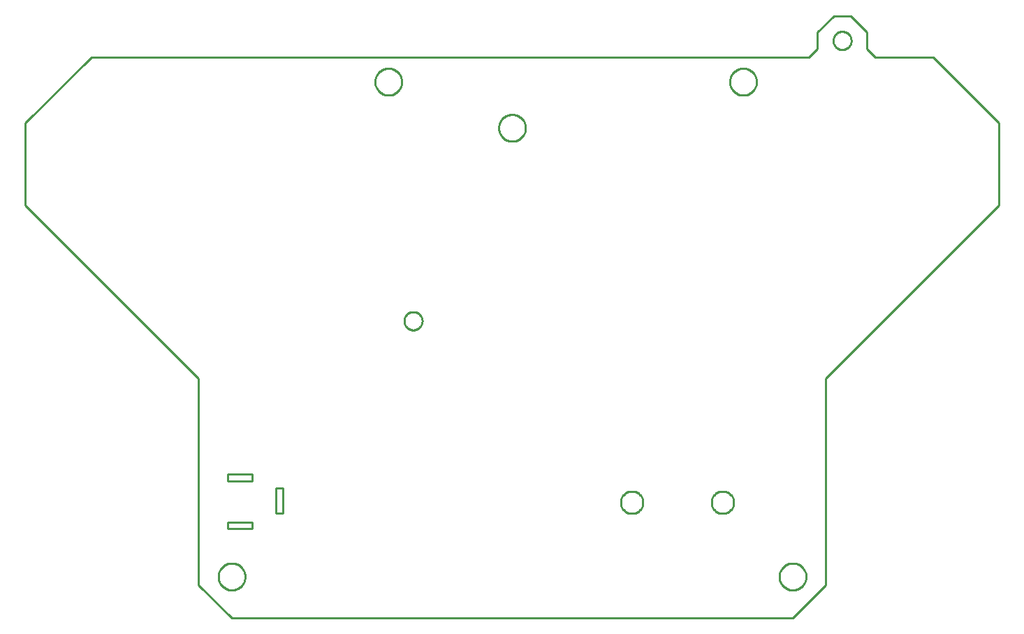
<source format=gko>
G04 EAGLE Gerber RS-274X export*
G75*
%MOMM*%
%FSLAX34Y34*%
%LPD*%
%IN*%
%IPPOS*%
%AMOC8*
5,1,8,0,0,1.08239X$1,22.5*%
G01*
%ADD10C,0.254000*%


D10*
X0Y450000D02*
X210000Y240000D01*
X210000Y-10000D01*
X250000Y-50000D01*
X930000Y-50000D01*
X970000Y-10000D01*
X970000Y240000D01*
X1180000Y450000D01*
X1180000Y550000D01*
X1100000Y630000D01*
X1030000Y630000D01*
X1020000Y640000D01*
X1020000Y660000D01*
X1000000Y680000D01*
X980000Y680000D01*
X960000Y660000D01*
X960000Y640000D01*
X950000Y630000D01*
X80000Y630000D01*
X0Y550000D01*
X0Y450000D01*
X304000Y77000D02*
X312000Y77000D01*
X312000Y107000D01*
X304000Y107000D01*
X304000Y77000D01*
X245000Y116000D02*
X275000Y116000D01*
X275000Y124000D01*
X245000Y124000D01*
X245000Y116000D01*
X245000Y58000D02*
X275000Y58000D01*
X275000Y66000D01*
X245000Y66000D01*
X245000Y58000D01*
X606250Y543468D02*
X606250Y544532D01*
X606180Y545594D01*
X606042Y546648D01*
X605834Y547692D01*
X605559Y548720D01*
X605217Y549727D01*
X604809Y550710D01*
X604339Y551664D01*
X603807Y552586D01*
X603216Y553470D01*
X602568Y554314D01*
X601867Y555114D01*
X601114Y555867D01*
X600314Y556568D01*
X599470Y557216D01*
X598586Y557807D01*
X597664Y558339D01*
X596710Y558809D01*
X595727Y559217D01*
X594720Y559559D01*
X593692Y559834D01*
X592648Y560042D01*
X591594Y560180D01*
X590532Y560250D01*
X589468Y560250D01*
X588406Y560180D01*
X587352Y560042D01*
X586308Y559834D01*
X585280Y559559D01*
X584273Y559217D01*
X583290Y558809D01*
X582336Y558339D01*
X581414Y557807D01*
X580530Y557216D01*
X579686Y556568D01*
X578886Y555867D01*
X578133Y555114D01*
X577432Y554314D01*
X576784Y553470D01*
X576193Y552586D01*
X575661Y551664D01*
X575191Y550710D01*
X574783Y549727D01*
X574441Y548720D01*
X574166Y547692D01*
X573958Y546648D01*
X573820Y545594D01*
X573750Y544532D01*
X573750Y543468D01*
X573820Y542406D01*
X573958Y541352D01*
X574166Y540308D01*
X574441Y539280D01*
X574783Y538273D01*
X575191Y537290D01*
X575661Y536336D01*
X576193Y535414D01*
X576784Y534530D01*
X577432Y533686D01*
X578133Y532886D01*
X578886Y532133D01*
X579686Y531432D01*
X580530Y530784D01*
X581414Y530193D01*
X582336Y529661D01*
X583290Y529191D01*
X584273Y528783D01*
X585280Y528441D01*
X586308Y528166D01*
X587352Y527958D01*
X588406Y527820D01*
X589468Y527750D01*
X590532Y527750D01*
X591594Y527820D01*
X592648Y527958D01*
X593692Y528166D01*
X594720Y528441D01*
X595727Y528783D01*
X596710Y529191D01*
X597664Y529661D01*
X598586Y530193D01*
X599470Y530784D01*
X600314Y531432D01*
X601114Y532133D01*
X601867Y532886D01*
X602568Y533686D01*
X603216Y534530D01*
X603807Y535414D01*
X604339Y536336D01*
X604809Y537290D01*
X605217Y538273D01*
X605559Y539280D01*
X605834Y540308D01*
X606042Y541352D01*
X606180Y542406D01*
X606250Y543468D01*
X886250Y599468D02*
X886250Y600532D01*
X886180Y601594D01*
X886042Y602648D01*
X885834Y603692D01*
X885559Y604720D01*
X885217Y605727D01*
X884809Y606710D01*
X884339Y607664D01*
X883807Y608586D01*
X883216Y609470D01*
X882568Y610314D01*
X881867Y611114D01*
X881114Y611867D01*
X880314Y612568D01*
X879470Y613216D01*
X878586Y613807D01*
X877664Y614339D01*
X876710Y614809D01*
X875727Y615217D01*
X874720Y615559D01*
X873692Y615834D01*
X872648Y616042D01*
X871594Y616180D01*
X870532Y616250D01*
X869468Y616250D01*
X868406Y616180D01*
X867352Y616042D01*
X866308Y615834D01*
X865280Y615559D01*
X864273Y615217D01*
X863290Y614809D01*
X862336Y614339D01*
X861414Y613807D01*
X860530Y613216D01*
X859686Y612568D01*
X858886Y611867D01*
X858133Y611114D01*
X857432Y610314D01*
X856784Y609470D01*
X856193Y608586D01*
X855661Y607664D01*
X855191Y606710D01*
X854783Y605727D01*
X854441Y604720D01*
X854166Y603692D01*
X853958Y602648D01*
X853820Y601594D01*
X853750Y600532D01*
X853750Y599468D01*
X853820Y598406D01*
X853958Y597352D01*
X854166Y596308D01*
X854441Y595280D01*
X854783Y594273D01*
X855191Y593290D01*
X855661Y592336D01*
X856193Y591414D01*
X856784Y590530D01*
X857432Y589686D01*
X858133Y588886D01*
X858886Y588133D01*
X859686Y587432D01*
X860530Y586784D01*
X861414Y586193D01*
X862336Y585661D01*
X863290Y585191D01*
X864273Y584783D01*
X865280Y584441D01*
X866308Y584166D01*
X867352Y583958D01*
X868406Y583820D01*
X869468Y583750D01*
X870532Y583750D01*
X871594Y583820D01*
X872648Y583958D01*
X873692Y584166D01*
X874720Y584441D01*
X875727Y584783D01*
X876710Y585191D01*
X877664Y585661D01*
X878586Y586193D01*
X879470Y586784D01*
X880314Y587432D01*
X881114Y588133D01*
X881867Y588886D01*
X882568Y589686D01*
X883216Y590530D01*
X883807Y591414D01*
X884339Y592336D01*
X884809Y593290D01*
X885217Y594273D01*
X885559Y595280D01*
X885834Y596308D01*
X886042Y597352D01*
X886180Y598406D01*
X886250Y599468D01*
X456250Y599468D02*
X456250Y600532D01*
X456180Y601594D01*
X456042Y602648D01*
X455834Y603692D01*
X455559Y604720D01*
X455217Y605727D01*
X454809Y606710D01*
X454339Y607664D01*
X453807Y608586D01*
X453216Y609470D01*
X452568Y610314D01*
X451867Y611114D01*
X451114Y611867D01*
X450314Y612568D01*
X449470Y613216D01*
X448586Y613807D01*
X447664Y614339D01*
X446710Y614809D01*
X445727Y615217D01*
X444720Y615559D01*
X443692Y615834D01*
X442648Y616042D01*
X441594Y616180D01*
X440532Y616250D01*
X439468Y616250D01*
X438406Y616180D01*
X437352Y616042D01*
X436308Y615834D01*
X435280Y615559D01*
X434273Y615217D01*
X433290Y614809D01*
X432336Y614339D01*
X431414Y613807D01*
X430530Y613216D01*
X429686Y612568D01*
X428886Y611867D01*
X428133Y611114D01*
X427432Y610314D01*
X426784Y609470D01*
X426193Y608586D01*
X425661Y607664D01*
X425191Y606710D01*
X424783Y605727D01*
X424441Y604720D01*
X424166Y603692D01*
X423958Y602648D01*
X423820Y601594D01*
X423750Y600532D01*
X423750Y599468D01*
X423820Y598406D01*
X423958Y597352D01*
X424166Y596308D01*
X424441Y595280D01*
X424783Y594273D01*
X425191Y593290D01*
X425661Y592336D01*
X426193Y591414D01*
X426784Y590530D01*
X427432Y589686D01*
X428133Y588886D01*
X428886Y588133D01*
X429686Y587432D01*
X430530Y586784D01*
X431414Y586193D01*
X432336Y585661D01*
X433290Y585191D01*
X434273Y584783D01*
X435280Y584441D01*
X436308Y584166D01*
X437352Y583958D01*
X438406Y583820D01*
X439468Y583750D01*
X440532Y583750D01*
X441594Y583820D01*
X442648Y583958D01*
X443692Y584166D01*
X444720Y584441D01*
X445727Y584783D01*
X446710Y585191D01*
X447664Y585661D01*
X448586Y586193D01*
X449470Y586784D01*
X450314Y587432D01*
X451114Y588133D01*
X451867Y588886D01*
X452568Y589686D01*
X453216Y590530D01*
X453807Y591414D01*
X454339Y592336D01*
X454809Y593290D01*
X455217Y594273D01*
X455559Y595280D01*
X455834Y596308D01*
X456042Y597352D01*
X456180Y598406D01*
X456250Y599468D01*
X946250Y-532D02*
X946250Y532D01*
X946180Y1594D01*
X946042Y2648D01*
X945834Y3692D01*
X945559Y4720D01*
X945217Y5727D01*
X944809Y6710D01*
X944339Y7664D01*
X943807Y8586D01*
X943216Y9470D01*
X942568Y10314D01*
X941867Y11114D01*
X941114Y11867D01*
X940314Y12568D01*
X939470Y13216D01*
X938586Y13807D01*
X937664Y14339D01*
X936710Y14809D01*
X935727Y15217D01*
X934720Y15559D01*
X933692Y15834D01*
X932648Y16042D01*
X931594Y16180D01*
X930532Y16250D01*
X929468Y16250D01*
X928406Y16180D01*
X927352Y16042D01*
X926308Y15834D01*
X925280Y15559D01*
X924273Y15217D01*
X923290Y14809D01*
X922336Y14339D01*
X921414Y13807D01*
X920530Y13216D01*
X919686Y12568D01*
X918886Y11867D01*
X918133Y11114D01*
X917432Y10314D01*
X916784Y9470D01*
X916193Y8586D01*
X915661Y7664D01*
X915191Y6710D01*
X914783Y5727D01*
X914441Y4720D01*
X914166Y3692D01*
X913958Y2648D01*
X913820Y1594D01*
X913750Y532D01*
X913750Y-532D01*
X913820Y-1594D01*
X913958Y-2648D01*
X914166Y-3692D01*
X914441Y-4720D01*
X914783Y-5727D01*
X915191Y-6710D01*
X915661Y-7664D01*
X916193Y-8586D01*
X916784Y-9470D01*
X917432Y-10314D01*
X918133Y-11114D01*
X918886Y-11867D01*
X919686Y-12568D01*
X920530Y-13216D01*
X921414Y-13807D01*
X922336Y-14339D01*
X923290Y-14809D01*
X924273Y-15217D01*
X925280Y-15559D01*
X926308Y-15834D01*
X927352Y-16042D01*
X928406Y-16180D01*
X929468Y-16250D01*
X930532Y-16250D01*
X931594Y-16180D01*
X932648Y-16042D01*
X933692Y-15834D01*
X934720Y-15559D01*
X935727Y-15217D01*
X936710Y-14809D01*
X937664Y-14339D01*
X938586Y-13807D01*
X939470Y-13216D01*
X940314Y-12568D01*
X941114Y-11867D01*
X941867Y-11114D01*
X942568Y-10314D01*
X943216Y-9470D01*
X943807Y-8586D01*
X944339Y-7664D01*
X944809Y-6710D01*
X945217Y-5727D01*
X945559Y-4720D01*
X945834Y-3692D01*
X946042Y-2648D01*
X946180Y-1594D01*
X946250Y-532D01*
X266250Y-532D02*
X266250Y532D01*
X266180Y1594D01*
X266042Y2648D01*
X265834Y3692D01*
X265559Y4720D01*
X265217Y5727D01*
X264809Y6710D01*
X264339Y7664D01*
X263807Y8586D01*
X263216Y9470D01*
X262568Y10314D01*
X261867Y11114D01*
X261114Y11867D01*
X260314Y12568D01*
X259470Y13216D01*
X258586Y13807D01*
X257664Y14339D01*
X256710Y14809D01*
X255727Y15217D01*
X254720Y15559D01*
X253692Y15834D01*
X252648Y16042D01*
X251594Y16180D01*
X250532Y16250D01*
X249468Y16250D01*
X248406Y16180D01*
X247352Y16042D01*
X246308Y15834D01*
X245280Y15559D01*
X244273Y15217D01*
X243290Y14809D01*
X242336Y14339D01*
X241414Y13807D01*
X240530Y13216D01*
X239686Y12568D01*
X238886Y11867D01*
X238133Y11114D01*
X237432Y10314D01*
X236784Y9470D01*
X236193Y8586D01*
X235661Y7664D01*
X235191Y6710D01*
X234783Y5727D01*
X234441Y4720D01*
X234166Y3692D01*
X233958Y2648D01*
X233820Y1594D01*
X233750Y532D01*
X233750Y-532D01*
X233820Y-1594D01*
X233958Y-2648D01*
X234166Y-3692D01*
X234441Y-4720D01*
X234783Y-5727D01*
X235191Y-6710D01*
X235661Y-7664D01*
X236193Y-8586D01*
X236784Y-9470D01*
X237432Y-10314D01*
X238133Y-11114D01*
X238886Y-11867D01*
X239686Y-12568D01*
X240530Y-13216D01*
X241414Y-13807D01*
X242336Y-14339D01*
X243290Y-14809D01*
X244273Y-15217D01*
X245280Y-15559D01*
X246308Y-15834D01*
X247352Y-16042D01*
X248406Y-16180D01*
X249468Y-16250D01*
X250532Y-16250D01*
X251594Y-16180D01*
X252648Y-16042D01*
X253692Y-15834D01*
X254720Y-15559D01*
X255727Y-15217D01*
X256710Y-14809D01*
X257664Y-14339D01*
X258586Y-13807D01*
X259470Y-13216D01*
X260314Y-12568D01*
X261114Y-11867D01*
X261867Y-11114D01*
X262568Y-10314D01*
X263216Y-9470D01*
X263807Y-8586D01*
X264339Y-7664D01*
X264809Y-6710D01*
X265217Y-5727D01*
X265559Y-4720D01*
X265834Y-3692D01*
X266042Y-2648D01*
X266180Y-1594D01*
X266250Y-532D01*
X481000Y309568D02*
X481000Y310432D01*
X480932Y311294D01*
X480797Y312148D01*
X480595Y312988D01*
X480328Y313810D01*
X479997Y314609D01*
X479605Y315379D01*
X479153Y316116D01*
X478645Y316815D01*
X478084Y317473D01*
X477473Y318084D01*
X476815Y318645D01*
X476116Y319153D01*
X475379Y319605D01*
X474609Y319997D01*
X473810Y320328D01*
X472988Y320595D01*
X472148Y320797D01*
X471294Y320932D01*
X470432Y321000D01*
X469568Y321000D01*
X468706Y320932D01*
X467852Y320797D01*
X467012Y320595D01*
X466190Y320328D01*
X465391Y319997D01*
X464621Y319605D01*
X463884Y319153D01*
X463185Y318645D01*
X462527Y318084D01*
X461916Y317473D01*
X461355Y316815D01*
X460847Y316116D01*
X460395Y315379D01*
X460003Y314609D01*
X459672Y313810D01*
X459405Y312988D01*
X459203Y312148D01*
X459068Y311294D01*
X459000Y310432D01*
X459000Y309568D01*
X459068Y308706D01*
X459203Y307852D01*
X459405Y307012D01*
X459672Y306190D01*
X460003Y305391D01*
X460395Y304621D01*
X460847Y303884D01*
X461355Y303185D01*
X461916Y302527D01*
X462527Y301916D01*
X463185Y301355D01*
X463884Y300847D01*
X464621Y300395D01*
X465391Y300003D01*
X466190Y299672D01*
X467012Y299405D01*
X467852Y299203D01*
X468706Y299068D01*
X469568Y299000D01*
X470432Y299000D01*
X471294Y299068D01*
X472148Y299203D01*
X472988Y299405D01*
X473810Y299672D01*
X474609Y300003D01*
X475379Y300395D01*
X476116Y300847D01*
X476815Y301355D01*
X477473Y301916D01*
X478084Y302527D01*
X478645Y303185D01*
X479153Y303884D01*
X479605Y304621D01*
X479997Y305391D01*
X480328Y306190D01*
X480595Y307012D01*
X480797Y307852D01*
X480932Y308706D01*
X481000Y309568D01*
X1001000Y649568D02*
X1001000Y650432D01*
X1000932Y651294D01*
X1000797Y652148D01*
X1000595Y652988D01*
X1000328Y653810D01*
X999997Y654609D01*
X999605Y655379D01*
X999153Y656116D01*
X998645Y656815D01*
X998084Y657473D01*
X997473Y658084D01*
X996815Y658645D01*
X996116Y659153D01*
X995379Y659605D01*
X994609Y659997D01*
X993810Y660328D01*
X992988Y660595D01*
X992148Y660797D01*
X991294Y660932D01*
X990432Y661000D01*
X989568Y661000D01*
X988706Y660932D01*
X987852Y660797D01*
X987012Y660595D01*
X986190Y660328D01*
X985391Y659997D01*
X984621Y659605D01*
X983884Y659153D01*
X983185Y658645D01*
X982527Y658084D01*
X981916Y657473D01*
X981355Y656815D01*
X980847Y656116D01*
X980395Y655379D01*
X980003Y654609D01*
X979672Y653810D01*
X979405Y652988D01*
X979203Y652148D01*
X979068Y651294D01*
X979000Y650432D01*
X979000Y649568D01*
X979068Y648706D01*
X979203Y647852D01*
X979405Y647012D01*
X979672Y646190D01*
X980003Y645391D01*
X980395Y644621D01*
X980847Y643884D01*
X981355Y643185D01*
X981916Y642527D01*
X982527Y641916D01*
X983185Y641355D01*
X983884Y640847D01*
X984621Y640395D01*
X985391Y640003D01*
X986190Y639672D01*
X987012Y639405D01*
X987852Y639203D01*
X988706Y639068D01*
X989568Y639000D01*
X990432Y639000D01*
X991294Y639068D01*
X992148Y639203D01*
X992988Y639405D01*
X993810Y639672D01*
X994609Y640003D01*
X995379Y640395D01*
X996116Y640847D01*
X996815Y641355D01*
X997473Y641916D01*
X998084Y642527D01*
X998645Y643185D01*
X999153Y643884D01*
X999605Y644621D01*
X999997Y645391D01*
X1000328Y646190D01*
X1000595Y647012D01*
X1000797Y647852D01*
X1000932Y648706D01*
X1001000Y649568D01*
X845482Y76500D02*
X846444Y76569D01*
X847399Y76706D01*
X848341Y76911D01*
X849266Y77183D01*
X850170Y77520D01*
X851047Y77920D01*
X851893Y78382D01*
X852704Y78904D01*
X853476Y79482D01*
X854205Y80113D01*
X854887Y80795D01*
X855518Y81524D01*
X856096Y82296D01*
X856618Y83107D01*
X857080Y83953D01*
X857480Y84830D01*
X857817Y85734D01*
X858089Y86659D01*
X858294Y87602D01*
X858431Y88556D01*
X858500Y89518D01*
X858500Y90482D01*
X858431Y91444D01*
X858294Y92399D01*
X858089Y93341D01*
X857817Y94266D01*
X857480Y95170D01*
X857080Y96047D01*
X856618Y96893D01*
X856096Y97704D01*
X855518Y98476D01*
X854887Y99205D01*
X854205Y99887D01*
X853476Y100518D01*
X852704Y101096D01*
X851893Y101618D01*
X851047Y102080D01*
X850170Y102480D01*
X849266Y102817D01*
X848341Y103089D01*
X847399Y103294D01*
X846444Y103431D01*
X845482Y103500D01*
X844518Y103500D01*
X843556Y103431D01*
X842602Y103294D01*
X841659Y103089D01*
X840734Y102817D01*
X839830Y102480D01*
X838953Y102080D01*
X838107Y101618D01*
X837296Y101096D01*
X836524Y100518D01*
X835795Y99887D01*
X835113Y99205D01*
X834482Y98476D01*
X833904Y97704D01*
X833382Y96893D01*
X832920Y96047D01*
X832520Y95170D01*
X832183Y94266D01*
X831911Y93341D01*
X831706Y92399D01*
X831569Y91444D01*
X831500Y90482D01*
X831500Y89518D01*
X831569Y88556D01*
X831706Y87602D01*
X831911Y86659D01*
X832183Y85734D01*
X832520Y84830D01*
X832920Y83953D01*
X833382Y83107D01*
X833904Y82296D01*
X834482Y81524D01*
X835113Y80795D01*
X835795Y80113D01*
X836524Y79482D01*
X837296Y78904D01*
X838107Y78382D01*
X838953Y77920D01*
X839830Y77520D01*
X840734Y77183D01*
X841659Y76911D01*
X842602Y76706D01*
X843556Y76569D01*
X844518Y76500D01*
X845482Y76500D01*
X735482Y76500D02*
X736444Y76569D01*
X737399Y76706D01*
X738341Y76911D01*
X739266Y77183D01*
X740170Y77520D01*
X741047Y77920D01*
X741893Y78382D01*
X742704Y78904D01*
X743476Y79482D01*
X744205Y80113D01*
X744887Y80795D01*
X745518Y81524D01*
X746096Y82296D01*
X746618Y83107D01*
X747080Y83953D01*
X747480Y84830D01*
X747817Y85734D01*
X748089Y86659D01*
X748294Y87602D01*
X748431Y88556D01*
X748500Y89518D01*
X748500Y90482D01*
X748431Y91444D01*
X748294Y92399D01*
X748089Y93341D01*
X747817Y94266D01*
X747480Y95170D01*
X747080Y96047D01*
X746618Y96893D01*
X746096Y97704D01*
X745518Y98476D01*
X744887Y99205D01*
X744205Y99887D01*
X743476Y100518D01*
X742704Y101096D01*
X741893Y101618D01*
X741047Y102080D01*
X740170Y102480D01*
X739266Y102817D01*
X738341Y103089D01*
X737399Y103294D01*
X736444Y103431D01*
X735482Y103500D01*
X734518Y103500D01*
X733556Y103431D01*
X732602Y103294D01*
X731659Y103089D01*
X730734Y102817D01*
X729830Y102480D01*
X728953Y102080D01*
X728107Y101618D01*
X727296Y101096D01*
X726524Y100518D01*
X725795Y99887D01*
X725113Y99205D01*
X724482Y98476D01*
X723904Y97704D01*
X723382Y96893D01*
X722920Y96047D01*
X722520Y95170D01*
X722183Y94266D01*
X721911Y93341D01*
X721706Y92399D01*
X721569Y91444D01*
X721500Y90482D01*
X721500Y89518D01*
X721569Y88556D01*
X721706Y87602D01*
X721911Y86659D01*
X722183Y85734D01*
X722520Y84830D01*
X722920Y83953D01*
X723382Y83107D01*
X723904Y82296D01*
X724482Y81524D01*
X725113Y80795D01*
X725795Y80113D01*
X726524Y79482D01*
X727296Y78904D01*
X728107Y78382D01*
X728953Y77920D01*
X729830Y77520D01*
X730734Y77183D01*
X731659Y76911D01*
X732602Y76706D01*
X733556Y76569D01*
X734518Y76500D01*
X735482Y76500D01*
M02*

</source>
